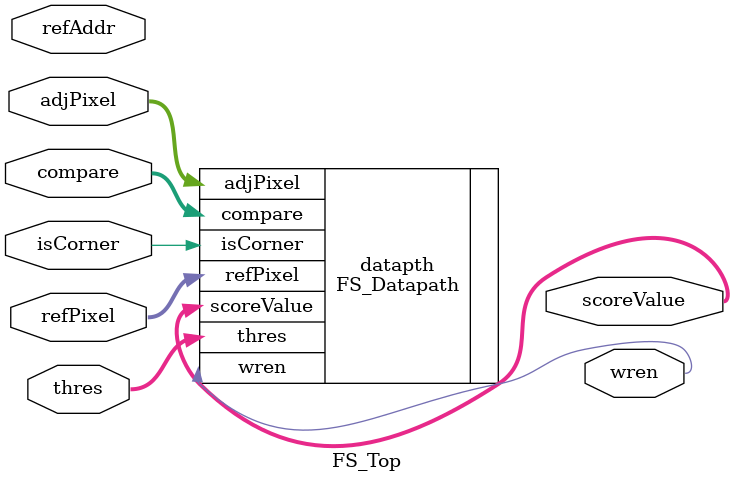
<source format=v>

module FS_Top (isCorner, compare, refAddr, refPixel, adjPixel, thres, scoreValue, wren);
	input isCorner; // Corner 확인
	input [31:0] compare; // DARK, BRIGHT, SIMILAR 값
	input [14:0] refAddr; // 기준점 주소
	input [7:0] refPixel; // 기준점 데이터
	input [127:0] adjPixel; // 인접한 16개의 점 데이터
	input [7:0] thres; // 임계값
	output [7:0] scoreValue; // 점수 데이터
	output wren; // Score Memory에 쓰기 신호
	
	// 코너의 스코어를 계산하는 모듈
	FS_Datapath datapth(
		.isCorner(isCorner),
		.compare(compare),
		.refPixel(refPixel),
		.adjPixel(adjPixel),
		.thres(thres),
		.wren(wren),
		.scoreValue(scoreValue)
	);
endmodule 
</source>
